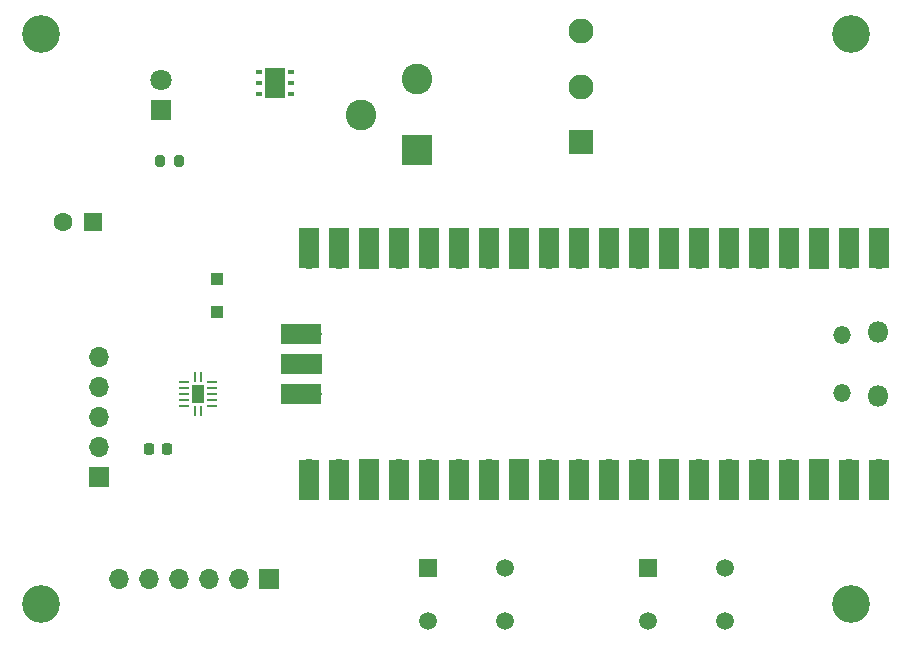
<source format=gbr>
%TF.GenerationSoftware,KiCad,Pcbnew,7.0.2-0*%
%TF.CreationDate,2023-12-18T16:01:05-05:00*%
%TF.ProjectId,AirCar-Proto,41697243-6172-42d5-9072-6f746f2e6b69,rev?*%
%TF.SameCoordinates,Original*%
%TF.FileFunction,Soldermask,Top*%
%TF.FilePolarity,Negative*%
%FSLAX46Y46*%
G04 Gerber Fmt 4.6, Leading zero omitted, Abs format (unit mm)*
G04 Created by KiCad (PCBNEW 7.0.2-0) date 2023-12-18 16:01:05*
%MOMM*%
%LPD*%
G01*
G04 APERTURE LIST*
G04 Aperture macros list*
%AMRoundRect*
0 Rectangle with rounded corners*
0 $1 Rounding radius*
0 $2 $3 $4 $5 $6 $7 $8 $9 X,Y pos of 4 corners*
0 Add a 4 corners polygon primitive as box body*
4,1,4,$2,$3,$4,$5,$6,$7,$8,$9,$2,$3,0*
0 Add four circle primitives for the rounded corners*
1,1,$1+$1,$2,$3*
1,1,$1+$1,$4,$5*
1,1,$1+$1,$6,$7*
1,1,$1+$1,$8,$9*
0 Add four rect primitives between the rounded corners*
20,1,$1+$1,$2,$3,$4,$5,0*
20,1,$1+$1,$4,$5,$6,$7,0*
20,1,$1+$1,$6,$7,$8,$9,0*
20,1,$1+$1,$8,$9,$2,$3,0*%
G04 Aperture macros list end*
%ADD10C,3.200000*%
%ADD11RoundRect,0.250000X0.300000X-0.300000X0.300000X0.300000X-0.300000X0.300000X-0.300000X-0.300000X0*%
%ADD12RoundRect,0.200000X-0.200000X-0.275000X0.200000X-0.275000X0.200000X0.275000X-0.200000X0.275000X0*%
%ADD13R,1.700000X1.700000*%
%ADD14O,1.700000X1.700000*%
%ADD15O,1.800000X1.800000*%
%ADD16O,1.500000X1.500000*%
%ADD17R,1.700000X3.500000*%
%ADD18R,3.500000X1.700000*%
%ADD19R,0.254000X0.812800*%
%ADD20R,0.812800X0.254000*%
%ADD21R,1.092200X1.574800*%
%ADD22RoundRect,0.225000X0.225000X0.250000X-0.225000X0.250000X-0.225000X-0.250000X0.225000X-0.250000X0*%
%ADD23R,1.600000X1.600000*%
%ADD24C,1.600000*%
%ADD25R,1.800000X1.800000*%
%ADD26C,1.800000*%
%ADD27R,0.630000X0.450000*%
%ADD28R,1.700000X2.600000*%
%ADD29R,1.498600X1.498600*%
%ADD30C,1.498600*%
%ADD31R,2.108200X2.108200*%
%ADD32C,2.108200*%
%ADD33R,2.600000X2.600000*%
%ADD34C,2.600000*%
G04 APERTURE END LIST*
D10*
%TO.C,H3*%
X164020000Y-105580000D03*
%TD*%
%TO.C,H4*%
X95440000Y-105580000D03*
%TD*%
D11*
%TO.C,D1*%
X110380000Y-80810000D03*
X110380000Y-78010000D03*
%TD*%
D12*
%TO.C,R1*%
X105525000Y-68010000D03*
X107175000Y-68010000D03*
%TD*%
D13*
%TO.C,J1*%
X100380000Y-94780000D03*
D14*
X100380000Y-92240000D03*
X100380000Y-89700000D03*
X100380000Y-87160000D03*
X100380000Y-84620000D03*
%TD*%
D15*
%TO.C,U1*%
X166300000Y-82495000D03*
D16*
X163270000Y-82795000D03*
X163270000Y-87645000D03*
D15*
X166300000Y-87945000D03*
D14*
X166430000Y-76330000D03*
D17*
X166430000Y-75430000D03*
D14*
X163890000Y-76330000D03*
D17*
X163890000Y-75430000D03*
D13*
X161350000Y-76330000D03*
D17*
X161350000Y-75430000D03*
D14*
X158810000Y-76330000D03*
D17*
X158810000Y-75430000D03*
D14*
X156270000Y-76330000D03*
D17*
X156270000Y-75430000D03*
D14*
X153730000Y-76330000D03*
D17*
X153730000Y-75430000D03*
D14*
X151190000Y-76330000D03*
D17*
X151190000Y-75430000D03*
D13*
X148650000Y-76330000D03*
D17*
X148650000Y-75430000D03*
D14*
X146110000Y-76330000D03*
D17*
X146110000Y-75430000D03*
D14*
X143570000Y-76330000D03*
D17*
X143570000Y-75430000D03*
D14*
X141030000Y-76330000D03*
D17*
X141030000Y-75430000D03*
D14*
X138490000Y-76330000D03*
D17*
X138490000Y-75430000D03*
D13*
X135950000Y-76330000D03*
D17*
X135950000Y-75430000D03*
D14*
X133410000Y-76330000D03*
D17*
X133410000Y-75430000D03*
D14*
X130870000Y-76330000D03*
D17*
X130870000Y-75430000D03*
D14*
X128330000Y-76330000D03*
D17*
X128330000Y-75430000D03*
D14*
X125790000Y-76330000D03*
D17*
X125790000Y-75430000D03*
D13*
X123250000Y-76330000D03*
D17*
X123250000Y-75430000D03*
D14*
X120710000Y-76330000D03*
D17*
X120710000Y-75430000D03*
D14*
X118170000Y-76330000D03*
D17*
X118170000Y-75430000D03*
D14*
X118170000Y-94110000D03*
D17*
X118170000Y-95010000D03*
D14*
X120710000Y-94110000D03*
D17*
X120710000Y-95010000D03*
D13*
X123250000Y-94110000D03*
D17*
X123250000Y-95010000D03*
D14*
X125790000Y-94110000D03*
D17*
X125790000Y-95010000D03*
D14*
X128330000Y-94110000D03*
D17*
X128330000Y-95010000D03*
D14*
X130870000Y-94110000D03*
D17*
X130870000Y-95010000D03*
D14*
X133410000Y-94110000D03*
D17*
X133410000Y-95010000D03*
D13*
X135950000Y-94110000D03*
D17*
X135950000Y-95010000D03*
D14*
X138490000Y-94110000D03*
D17*
X138490000Y-95010000D03*
D14*
X141030000Y-94110000D03*
D17*
X141030000Y-95010000D03*
D14*
X143570000Y-94110000D03*
D17*
X143570000Y-95010000D03*
D14*
X146110000Y-94110000D03*
D17*
X146110000Y-95010000D03*
D13*
X148650000Y-94110000D03*
D17*
X148650000Y-95010000D03*
D14*
X151190000Y-94110000D03*
D17*
X151190000Y-95010000D03*
D14*
X153730000Y-94110000D03*
D17*
X153730000Y-95010000D03*
D14*
X156270000Y-94110000D03*
D17*
X156270000Y-95010000D03*
D14*
X158810000Y-94110000D03*
D17*
X158810000Y-95010000D03*
D13*
X161350000Y-94110000D03*
D17*
X161350000Y-95010000D03*
D14*
X163890000Y-94110000D03*
D17*
X163890000Y-95010000D03*
D14*
X166430000Y-94110000D03*
D17*
X166430000Y-95010000D03*
D14*
X118400000Y-82680000D03*
D18*
X117500000Y-82680000D03*
D13*
X118400000Y-85220000D03*
D18*
X117500000Y-85220000D03*
D14*
X118400000Y-87760000D03*
D18*
X117500000Y-87760000D03*
%TD*%
D10*
%TO.C,H1*%
X95440000Y-57320000D03*
%TD*%
D19*
%TO.C,U3*%
X108532200Y-86312200D03*
D20*
X107588400Y-86759999D03*
X107588400Y-87260001D03*
X107588400Y-87760000D03*
X107588400Y-88259999D03*
X107588400Y-88760001D03*
D19*
X108532200Y-89207800D03*
X109032200Y-89207800D03*
D20*
X109976000Y-88760001D03*
X109976000Y-88259999D03*
X109976000Y-87760000D03*
X109976000Y-87260001D03*
X109976000Y-86759999D03*
D19*
X109032200Y-86312200D03*
D21*
X108782200Y-87760000D03*
%TD*%
D22*
%TO.C,C2*%
X106180000Y-92410000D03*
X104630000Y-92410000D03*
%TD*%
D10*
%TO.C,H2*%
X164020000Y-57320000D03*
%TD*%
D23*
%TO.C,C1*%
X99845000Y-73195000D03*
D24*
X97345000Y-73195000D03*
%TD*%
D25*
%TO.C,D2*%
X105600000Y-63675000D03*
D26*
X105600000Y-61135000D03*
%TD*%
D13*
%TO.C,J3*%
X114770000Y-103460000D03*
D14*
X112230000Y-103460000D03*
X109690000Y-103460000D03*
X107150000Y-103460000D03*
X104610000Y-103460000D03*
X102070000Y-103460000D03*
%TD*%
D27*
%TO.C,U2*%
X113962800Y-60494960D03*
X113962800Y-61444960D03*
X113962800Y-62394960D03*
X116642800Y-62394960D03*
X116642800Y-61444960D03*
X116642800Y-60494960D03*
D28*
X115302800Y-61444960D03*
%TD*%
D29*
%TO.C,Reset1*%
X146880000Y-102460000D03*
D30*
X153380002Y-102460000D03*
X146880000Y-106960001D03*
X153380002Y-106960001D03*
%TD*%
D31*
%TO.C,SW2*%
X141160000Y-66464000D03*
D32*
X141160000Y-61765000D03*
X141160000Y-57066000D03*
%TD*%
D29*
%TO.C,USER1*%
X128280001Y-102460000D03*
D30*
X134780003Y-102460000D03*
X128280001Y-106960001D03*
X134780003Y-106960001D03*
%TD*%
D33*
%TO.C,J4*%
X127305000Y-67130000D03*
D34*
X127305000Y-61130000D03*
X122605000Y-64130000D03*
%TD*%
M02*

</source>
